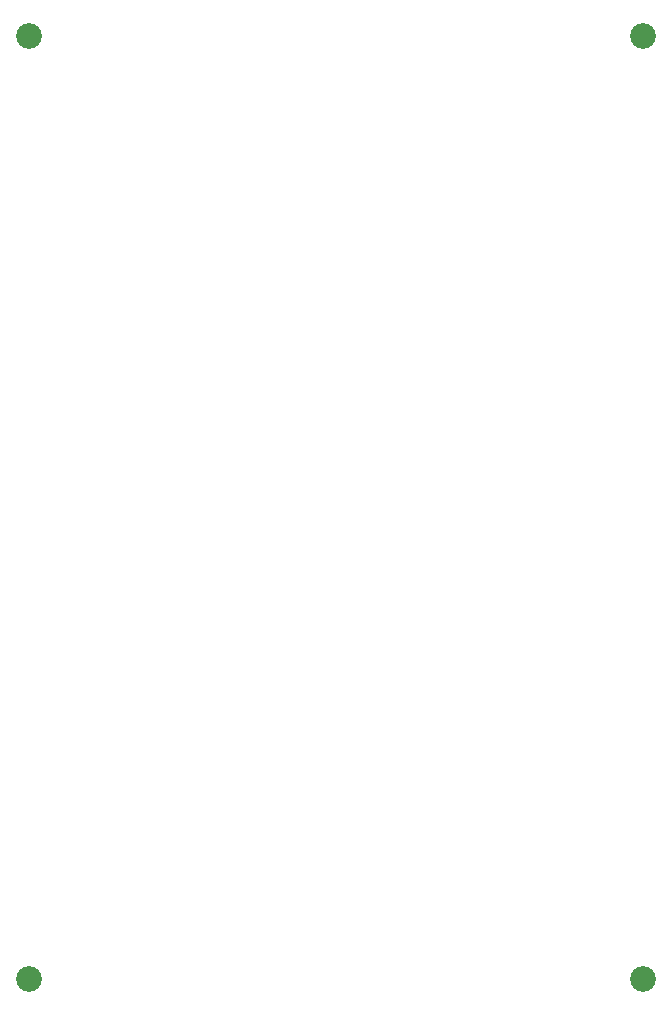
<source format=gbl>
G04*
G04 #@! TF.GenerationSoftware,Altium Limited,Altium Designer,22.0.2 (36)*
G04*
G04 Layer_Physical_Order=2*
G04 Layer_Color=16776960*
%FSLAX25Y25*%
%MOIN*%
G70*
G04*
G04 #@! TF.SameCoordinates,9B726C29-AE44-4639-9992-66E433AB5CB2*
G04*
G04*
G04 #@! TF.FilePolarity,Positive*
G04*
G01*
G75*
%ADD12C,0.08563*%
D12*
X216535Y-325984D02*
D03*
X11811D02*
D03*
X216535Y-11811D02*
D03*
X11811D02*
D03*
M02*

</source>
